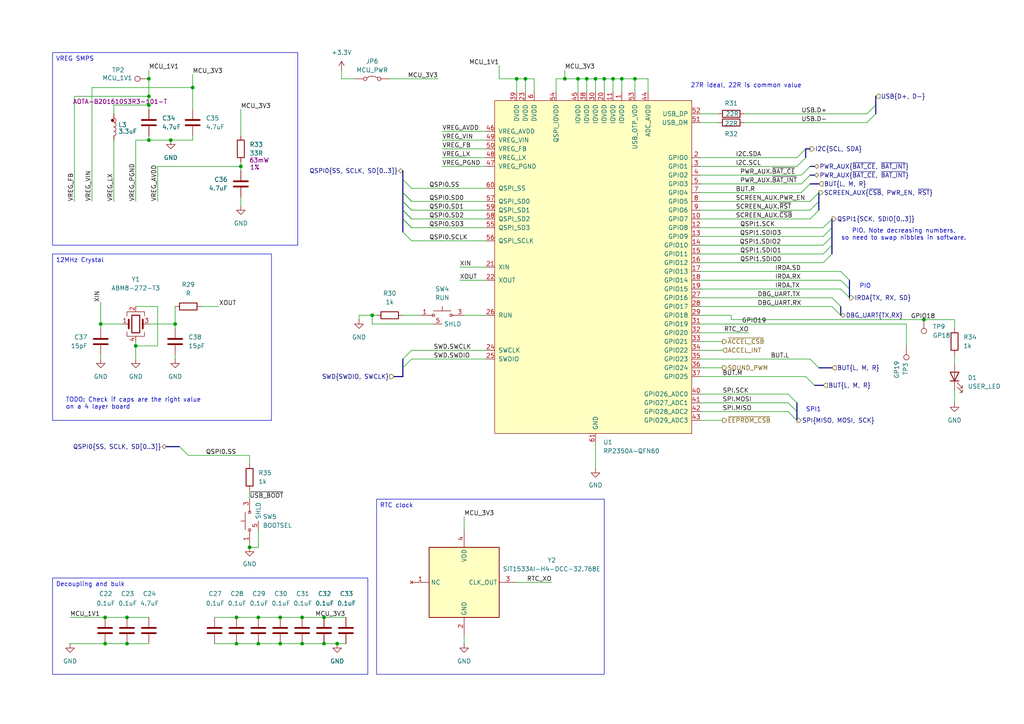
<source format=kicad_sch>
(kicad_sch (version 20250114) (generator "eeschema") (generator_version "9.0")
  (paper "A4")
  (lib_symbols
    (symbol "Connector:TestPoint" (pin_numbers (hide yes)) (pin_names (offset 0.762) (hide yes))
      (property "Reference" "TP" (at 0 6.858 0))
      (property "Value" "TestPoint" (at 0 5.08 0))
      (symbol "TestPoint_0_1"
        (circle (center 0 3.302) (radius 0.762))
      )
      (symbol "TestPoint_1_1"
        (pin passive line (at 0 0 90) (length 2.54) (name "1") (number "1"))
      )
    )
    (symbol "CustomSymbols:WS_TASV_435151014824"
      (property "Reference" "SW" (at 0 0 0))
      (symbol "WS_TASV_435151014824_0_1"
        (polyline (pts (xy -3.81 -3.81) (xy -2.54 -3.81)))
        (polyline (pts (xy -2.54 -2.54) (xy 2.54 -2.54)))
        (circle (center -2.54 -3.81) (radius 0.3807))
        (polyline (pts (xy 0 -2.54) (xy 0 -1.27)))
        (circle (center 2.54 -3.81) (radius 0.3807))
        (polyline (pts (xy 3.81 -3.81) (xy 2.54 -3.81)))
      )
      (symbol "WS_TASV_435151014824_1_1"
        (pin passive line (at -6.35 -3.81 0) (length 2.54) (name "") (number "1"))
        (pin passive line (at -6.35 -3.81 0) (length 2.54) (hide yes) (name "") (number "2"))
        (pin passive line (at -2.54 -6.35 0) (length 2.54) (name "SHLD") (number "5"))
        (pin passive line (at -2.54 -6.35 0) (length 2.54) (hide yes) (name "SHLD") (number "6"))
        (pin passive line (at 6.35 -3.81 180) (length 2.54) (name "") (number "3"))
        (pin passive line (at 6.35 -3.81 180) (length 2.54) (hide yes) (name "") (number "4"))
      )
    )
    (symbol "Device:C" (pin_numbers (hide yes)) (pin_names (offset 0.254))
      (property "Reference" "C" (at 0.635 2.54 0))
      (property "Value" "C" (at 0.635 -2.54 0))
      (symbol "C_0_1"
        (polyline (pts (xy -2.032 0.762) (xy 2.032 0.762)) (stroke (width 0.508)))
        (polyline (pts (xy -2.032 -0.762) (xy 2.032 -0.762)) (stroke (width 0.508)))
      )
      (symbol "C_1_1"
        (pin passive line (at 0 3.81 270) (length 2.794) (name "~") (number "1"))
        (pin passive line (at 0 -3.81 90) (length 2.794) (name "~") (number "2"))
      )
    )
    (symbol "Device:Crystal_GND24" (pin_names (offset 1.016) (hide yes))
      (property "Reference" "Y" (at 3.175 5.08 0))
      (property "Value" "Crystal_GND24" (at 3.175 3.175 0))
      (symbol "Crystal_GND24_0_1"
        (polyline (pts (xy -2.54 2.286) (xy -2.54 3.556) (xy 2.54 3.556) (xy 2.54 2.286)))
        (polyline (pts (xy -2.54 0) (xy -2.032 0)))
        (polyline (pts (xy -2.54 -2.286) (xy -2.54 -3.556) (xy 2.54 -3.556) (xy 2.54 -2.286)))
        (polyline (pts (xy -2.032 -1.27) (xy -2.032 1.27)) (stroke (width 0.508)))
        (rectangle (start -1.143 2.54) (end 1.143 -2.54) (stroke (width 0.3048)))
        (polyline (pts (xy 0 3.556) (xy 0 3.81)))
        (polyline (pts (xy 0 -3.81) (xy 0 -3.556)))
        (polyline (pts (xy 2.032 0) (xy 2.54 0)))
        (polyline (pts (xy 2.032 -1.27) (xy 2.032 1.27)) (stroke (width 0.508)))
      )
      (symbol "Crystal_GND24_1_1"
        (pin passive line (at -3.81 0 0) (length 1.27) (name "1") (number "1"))
        (pin passive line (at 0 5.08 270) (length 1.27) (name "2") (number "2"))
        (pin passive line (at 0 -5.08 90) (length 1.27) (name "4") (number "4"))
        (pin passive line (at 3.81 0 180) (length 1.27) (name "3") (number "3"))
      )
    )
    (symbol "Device:LED" (pin_numbers (hide yes)) (pin_names (offset 1.016) (hide yes))
      (property "Reference" "D" (at 0 2.54 0))
      (property "Value" "LED" (at 0 -2.54 0))
      (symbol "LED_0_1"
        (polyline (pts (xy -3.048 -0.762) (xy -4.572 -2.286) (xy -3.81 -2.286) (xy -4.572 -2.286) (xy -4.572 -1.524)))
        (polyline (pts (xy -1.778 -0.762) (xy -3.302 -2.286) (xy -2.54 -2.286) (xy -3.302 -2.286) (xy -3.302 -1.524)))
        (polyline (pts (xy -1.27 0) (xy 1.27 0)))
        (polyline (pts (xy -1.27 -1.27) (xy -1.27 1.27)) (stroke (width 0.254)))
        (polyline (pts (xy 1.27 -1.27) (xy 1.27 1.27) (xy -1.27 0) (xy 1.27 -1.27)) (stroke (width 0.254)))
      )
      (symbol "LED_1_1"
        (pin passive line (at -3.81 0 0) (length 2.54) (name "K") (number "1"))
        (pin passive line (at 3.81 0 180) (length 2.54) (name "A") (number "2"))
      )
    )
    (symbol "Device:R" (pin_numbers (hide yes)) (pin_names (offset 0))
      (property "Reference" "R" (at 2.032 0 90))
      (property "Value" "R" (at 0 0 90))
      (symbol "R_0_1"
        (rectangle (start -1.016 -2.54) (end 1.016 2.54) (stroke (width 0.254)))
      )
      (symbol "R_1_1"
        (pin passive line (at 0 3.81 270) (length 1.27) (name "~") (number "1"))
        (pin passive line (at 0 -3.81 90) (length 1.27) (name "~") (number "2"))
      )
    )
    (symbol "Jumper:Jumper_2_Bridged" (pin_numbers (hide yes)) (pin_names (offset 0) (hide yes)) (exclude_from_sim yes)
      (property "Reference" "JP" (at 0 1.905 0))
      (property "Value" "Jumper_2_Bridged" (at 0 -2.54 0))
      (symbol "Jumper_2_Bridged_0_0"
        (circle (center -2.032 0) (radius 0.508))
        (circle (center 2.032 0) (radius 0.508))
      )
      (symbol "Jumper_2_Bridged_0_1"
        (arc (start -1.524 0.254) (mid 0 0.762) (end 1.524 0.254))
      )
      (symbol "Jumper_2_Bridged_1_1"
        (pin passive line (at -5.08 0 0) (length 2.54) (name "A") (number "1"))
        (pin passive line (at 5.08 0 180) (length 2.54) (name "B") (number "2"))
      )
    )
    (symbol "SamacSys_Parts:L_Polarised" (pin_numbers (hide yes)) (pin_names (hide yes))
      (property "Reference" "L" (at 3.81 1.524 0))
      (symbol "L_Polarised_0_1"
        (arc (start 0 -1.27) (mid 0.6323 -1.905) (end 0 -2.54))
        (arc (start 0 -2.54) (mid 0.6323 -3.175) (end 0 -3.81))
        (arc (start 0 -3.81) (mid 0.6323 -4.445) (end 0 -5.08))
        (arc (start 0 -5.08) (mid 0.6323 -5.715) (end 0 -6.35))
      )
      (symbol "L_Polarised_1_1"
        (circle (center -0.352 -1.8889) (radius 0.3975) (fill (type color) (color 132 0 0 1)))
        (pin passive line (at 0 0 270) (length 1.27) (name "1") (number "1"))
        (pin passive line (at 0 -7.62 90) (length 1.27) (name "2") (number "2"))
      )
    )
    (symbol "SamacSys_Parts:SIT1533AI-H4-DCC-32.768E"
      (property "Reference" "Y" (at 26.67 15.24 0))
      (property "Value" "SIT1533AI-H4-DCC-32.768E" (at 26.67 12.7 0))
      (symbol "SIT1533AI-H4-DCC-32.768E_1_1"
        (rectangle (start 5.08 10.16) (end 25.4 -10.16) (stroke (width 0.254)) (fill (type background)))
        (pin no_connect line (at 0 0 0) (length 5.08) (name "NC") (number "1"))
        (pin passive line (at 15.24 15.24 270) (length 5.08) (name "VDD") (number "4"))
        (pin passive line (at 15.24 -15.24 90) (length 5.08) (name "GND") (number "2"))
        (pin passive line (at 30.48 0 180) (length 5.08) (name "CLK_OUT") (number "3"))
      )
    )
    (symbol "power:+3.3V" (power) (pin_numbers (hide yes)) (pin_names (offset 0) (hide yes))
      (property "Value" "+3.3V" (at 0 3.556 0))
      (symbol "+3.3V_0_1"
        (polyline (pts (xy -0.762 1.27) (xy 0 2.54)))
        (polyline (pts (xy 0 2.54) (xy 0.762 1.27)))
        (polyline (pts (xy 0 0) (xy 0 2.54)))
      )
      (symbol "+3.3V_1_1"
        (pin power_in line (at 0 0 90) (length 0) (name "~") (number "1"))
      )
    )
    (symbol "power:GND" (power) (pin_numbers (hide yes)) (pin_names (offset 0) (hide yes))
      (property "Value" "GND" (at 0 -3.81 0))
      (symbol "GND_0_1"
        (polyline (pts (xy 0 0) (xy 0 -1.27) (xy 1.27 -1.27) (xy 0 -2.54) (xy -1.27 -1.27) (xy 0 -1.27)))
      )
      (symbol "GND_1_1"
        (pin power_in line (at 0 0 270) (length 0) (name "~") (number "1"))
      )
    )
    (symbol "rp2350a-qfn60:RP2350A-QFN60" (pin_names (offset 1.016))
      (property "Reference" "U1" (at 2.1941 -54.61 0))
      (property "Value" "RP2350A-QFN60" (at 2.1941 -57.15 0))
      (symbol "RP2350A-QFN60_1_0"
        (pin passive line (at 0 -54.61 90) (length 2.54) (name "GND") (number "61"))
      )
      (symbol "RP2350A-QFN60_1_1"
        (rectangle (start -29.21 44.45) (end 27.94 -52.07) (fill (type background)))
        (pin power_in line (at -31.75 35.56 0) (length 2.54) (name "VREG_AVDD") (number "46"))
        (pin power_in line (at -31.75 33.02 0) (length 2.54) (name "VREG_VIN") (number "49"))
        (pin power_in line (at -31.75 30.48 0) (length 2.54) (name "VREG_FB") (number "50"))
        (pin power_out line (at -31.75 27.94 0) (length 2.54) (name "VREG_LX") (number "48"))
        (pin input line (at -31.75 25.4 0) (length 2.54) (name "VREG_PGND") (number "47"))
        (pin bidirectional line (at -31.75 19.05 0) (length 2.54) (name "QSPI_SS") (number "60"))
        (pin bidirectional line (at -31.75 15.24 0) (length 2.54) (name "QSPI_SD0") (number "57"))
        (pin bidirectional line (at -31.75 12.7 0) (length 2.54) (name "QSPI_SD1") (number "59"))
        (pin bidirectional line (at -31.75 10.16 0) (length 2.54) (name "QSPI_SD2") (number "58"))
        (pin bidirectional line (at -31.75 7.62 0) (length 2.54) (name "QSPI_SD3") (number "55"))
        (pin bidirectional line (at -31.75 3.81 0) (length 2.54) (name "QSPI_SCLK") (number "56"))
        (pin input line (at -31.75 -3.81 0) (length 2.54) (name "XIN") (number "21"))
        (pin output line (at -31.75 -7.62 0) (length 2.54) (name "XOUT") (number "22"))
        (pin input line (at -31.75 -17.78 0) (length 2.54) (name "RUN") (number "26"))
        (pin input line (at -31.75 -27.94 0) (length 2.54) (name "SWCLK") (number "24"))
        (pin bidirectional line (at -31.75 -30.48 0) (length 2.54) (name "SWDIO") (number "25"))
        (pin power_in line (at -22.86 46.99 270) (length 2.54) (name "DVDD") (number "39"))
        (pin power_in line (at -20.32 46.99 270) (length 2.54) (name "DVDD") (number "23"))
        (pin power_in line (at -17.78 46.99 270) (length 2.54) (name "DVDD") (number "6"))
        (pin power_in line (at -11.43 46.99 270) (length 2.54) (name "QSPI_IOVDD") (number "54"))
        (pin power_in line (at -5.08 46.99 270) (length 2.54) (name "IOVDD") (number "45"))
        (pin power_in line (at -2.54 46.99 270) (length 2.54) (name "IOVDD") (number "38"))
        (pin power_in line (at 0 46.99 270) (length 2.54) (name "IOVDD") (number "30"))
        (pin power_in line (at 2.54 46.99 270) (length 2.54) (name "IOVDD") (number "20"))
        (pin power_in line (at 5.08 46.99 270) (length 2.54) (name "IOVDD") (number "11"))
        (pin power_in line (at 7.62 46.99 270) (length 2.54) (name "IOVDD") (number "1"))
        (pin power_in line (at 11.43 46.99 270) (length 2.54) (name "USB_OTP_VDD") (number "53"))
        (pin power_in line (at 15.24 46.99 270) (length 2.54) (name "ADC_AVDD") (number "44"))
        (pin bidirectional line (at 30.48 40.64 180) (length 2.54) (name "USB_DP") (number "52"))
        (pin bidirectional line (at 30.48 38.1 180) (length 2.54) (name "USB_DM") (number "51"))
        (pin bidirectional line (at 30.48 27.94 180) (length 2.54) (name "GPIO0") (number "2"))
        (pin bidirectional line (at 30.48 25.4 180) (length 2.54) (name "GPIO1") (number "3"))
        (pin bidirectional line (at 30.48 22.86 180) (length 2.54) (name "GPIO2") (number "4"))
        (pin bidirectional line (at 30.48 20.32 180) (length 2.54) (name "GPIO3") (number "5"))
        (pin bidirectional line (at 30.48 17.78 180) (length 2.54) (name "GPIO4") (number "7"))
        (pin bidirectional line (at 30.48 15.24 180) (length 2.54) (name "GPIO5") (number "8"))
        (pin bidirectional line (at 30.48 12.7 180) (length 2.54) (name "GPIO6") (number "9"))
        (pin bidirectional line (at 30.48 10.16 180) (length 2.54) (name "GPIO7") (number "10"))
        (pin bidirectional line (at 30.48 7.62 180) (length 2.54) (name "GPIO8") (number "12"))
        (pin bidirectional line (at 30.48 5.08 180) (length 2.54) (name "GPIO9") (number "13"))
        (pin bidirectional line (at 30.48 2.54 180) (length 2.54) (name "GPIO10") (number "14"))
        (pin bidirectional line (at 30.48 0 180) (length 2.54) (name "GPIO11") (number "15"))
        (pin bidirectional line (at 30.48 -2.54 180) (length 2.54) (name "GPIO12") (number "16"))
        (pin bidirectional line (at 30.48 -5.08 180) (length 2.54) (name "GPIO13") (number "17"))
        (pin bidirectional line (at 30.48 -7.62 180) (length 2.54) (name "GPIO14") (number "18"))
        (pin bidirectional line (at 30.48 -10.16 180) (length 2.54) (name "GPIO15") (number "19"))
        (pin bidirectional line (at 30.48 -12.7 180) (length 2.54) (name "GPIO16") (number "27"))
        (pin bidirectional line (at 30.48 -15.24 180) (length 2.54) (name "GPIO17") (number "28"))
        (pin bidirectional line (at 30.48 -17.78 180) (length 2.54) (name "GPIO18") (number "29"))
        (pin bidirectional line (at 30.48 -20.32 180) (length 2.54) (name "GPIO19") (number "31"))
        (pin bidirectional line (at 30.48 -22.86 180) (length 2.54) (name "GPIO20") (number "32"))
        (pin bidirectional line (at 30.48 -25.4 180) (length 2.54) (name "GPIO21") (number "33"))
        (pin bidirectional line (at 30.48 -27.94 180) (length 2.54) (name "GPIO22") (number "34"))
        (pin bidirectional line (at 30.48 -30.48 180) (length 2.54) (name "GPIO23") (number "35"))
        (pin bidirectional line (at 30.48 -33.02 180) (length 2.54) (name "GPIO24") (number "36"))
        (pin bidirectional line (at 30.48 -35.56 180) (length 2.54) (name "GPIO25") (number "37"))
        (pin bidirectional line (at 30.48 -40.64 180) (length 2.54) (name "GPIO26_ADC0") (number "40"))
        (pin bidirectional line (at 30.48 -43.18 180) (length 2.54) (name "GPIO27_ADC1") (number "41"))
        (pin bidirectional line (at 30.48 -45.72 180) (length 2.54) (name "GPIO28_ADC2") (number "42"))
        (pin bidirectional line (at 30.48 -48.26 180) (length 2.54) (name "GPIO29_ADC3") (number "43"))
      )
    )
  )
  (text "PIO" (at 250.952 83.058 0) (effects (font (size 1.27 1.27))))
  (text "TODO: Check if caps are the right value\non a 4 layer board" (at 19.05 117.094 0) (effects (font (size 1.27 1.27)) (justify left)))
  (text "PIO. Note decreasing numbers,\nso need to swap nibbles in software." (at 262.128 68.072 0) (effects (font (size 1.27 1.27))))
  (text "27R ideal, 22R is common value" (at 216.408 24.892 0) (effects (font (size 1.27 1.27))))
  (text "SPI1" (at 235.966 118.872 0) (effects (font (size 1.27 1.27))))
  (text_box "VREG SMPS" (at 15.24 15.24 0) (size 71.12 55.88) (margins 0.9525 0.9525 0.9525 0.9525) (effects (font (size 1.27 1.27)) (justify left top)))
  (text_box "Decoupling and bulk" (at 15.24 167.64 0) (size 91.44 27.94) (margins 0.9525 0.9525 0.9525 0.9525) (effects (font (size 1.27 1.27)) (justify left top)))
  (text_box "RTC clock" (at 109.22 144.78 0) (size 66.04 50.8) (margins 0.9525 0.9525 0.9525 0.9525) (effects (font (size 1.27 1.27)) (justify left top)))
  (text_box "12MHz Crystal" (at 15.24 73.66 0) (size 63.5 48.26) (margins 0.9525 0.9525 0.9525 0.9525) (effects (font (size 1.27 1.27)) (justify left top)))
  (junction (at 87.63 186.69))
  (junction (at 74.93 186.69))
  (junction (at 43.18 30.48))
  (junction (at 43.18 22.86))
  (junction (at 50.8 93.98))
  (junction (at 43.18 27.94))
  (junction (at 93.98 186.69))
  (junction (at 69.85 48.26))
  (junction (at 39.37 100.33))
  (junction (at 43.18 40.64))
  (junction (at 177.8 22.86))
  (junction (at 72.39 158.75))
  (junction (at 87.63 179.07))
  (junction (at 49.53 40.64))
  (junction (at 30.48 186.69))
  (junction (at 152.4 22.86))
  (junction (at 175.26 22.86))
  (junction (at 36.83 179.07))
  (junction (at 93.98 179.07))
  (junction (at 68.58 186.69))
  (junction (at 30.48 179.07))
  (junction (at 74.93 179.07))
  (junction (at 172.72 22.86))
  (junction (at 184.15 22.86))
  (junction (at 68.58 179.07))
  (junction (at 180.34 22.86))
  (junction (at 163.83 22.86))
  (junction (at 55.88 25.4))
  (junction (at 29.21 93.98))
  (junction (at 267.97 92.71))
  (junction (at 107.95 91.44))
  (junction (at 149.86 22.86))
  (junction (at 81.28 186.69))
  (junction (at 167.64 22.86))
  (junction (at 170.18 22.86))
  (junction (at 36.83 186.69))
  (junction (at 81.28 179.07))
  (junction (at 97.79 186.69))
  (bus_entry (at 238.76 71.12) (size 2.54 -2.54))
  (bus_entry (at 116.84 60.96) (size 2.54 2.54))
  (bus_entry (at 52.07 129.54) (size 2.54 2.54))
  (bus_entry (at 243.84 78.74) (size 2.54 2.54))
  (bus_entry (at 234.95 60.96) (size 2.54 -2.54))
  (bus_entry (at 228.6 116.84) (size 2.54 2.54))
  (bus_entry (at 116.84 63.5) (size 2.54 2.54))
  (bus_entry (at 232.41 55.88) (size 2.54 -2.54))
  (bus_entry (at 116.84 52.07) (size 2.54 2.54))
  (bus_entry (at 231.14 48.26) (size 2.54 -2.54))
  (bus_entry (at 116.84 104.14) (size 2.54 -2.54))
  (bus_entry (at 116.84 67.31) (size 2.54 2.54))
  (bus_entry (at 241.3 86.36) (size 2.54 2.54))
  (bus_entry (at 116.84 63.5) (size 2.54 2.54))
  (bus_entry (at 251.46 35.56) (size 2.54 -2.54))
  (bus_entry (at 251.46 33.02) (size 2.54 -2.54))
  (bus_entry (at 233.68 109.22) (size 2.54 2.54))
  (bus_entry (at 228.6 114.3) (size 2.54 2.54))
  (bus_entry (at 234.95 104.14) (size 2.54 2.54))
  (bus_entry (at 234.95 63.5) (size 2.54 -2.54))
  (bus_entry (at 238.76 73.66) (size 2.54 -2.54))
  (bus_entry (at 116.84 58.42) (size 2.54 2.54))
  (bus_entry (at 238.76 68.58) (size 2.54 -2.54))
  (bus_entry (at 116.84 58.42) (size 2.54 2.54))
  (bus_entry (at 238.76 76.2) (size 2.54 -2.54))
  (bus_entry (at 116.84 60.96) (size 2.54 2.54))
  (bus_entry (at 243.84 83.82) (size 2.54 2.54))
  (bus_entry (at 231.14 45.72) (size 2.54 -2.54))
  (bus_entry (at 116.84 106.68) (size 2.54 -2.54))
  (bus_entry (at 228.6 119.38) (size 2.54 2.54))
  (bus_entry (at 243.84 81.28) (size 2.54 2.54))
  (bus_entry (at 238.76 66.04) (size 2.54 -2.54))
  (bus_entry (at 232.41 53.34) (size 2.54 -2.54))
  (bus_entry (at 232.41 50.8) (size 2.54 -2.54))
  (bus_entry (at 234.95 58.42) (size 2.54 -2.54))
  (bus_entry (at 116.84 55.88) (size 2.54 2.54))
  (bus_entry (at 241.3 88.9) (size 2.54 2.54))
  (bus_entry (at 116.84 55.88) (size 2.54 2.54))
  (wire (pts (xy 72.39 134.62) (xy 72.39 132.08)))
  (wire (pts (xy 203.2 119.38) (xy 228.6 119.38)))
  (wire (pts (xy 43.18 39.37) (xy 43.18 40.64)))
  (wire (pts (xy 119.38 54.61) (xy 140.97 54.61)))
  (wire (pts (xy 163.83 22.86) (xy 167.64 22.86)))
  (wire (pts (xy 45.72 58.42) (xy 45.72 48.26)))
  (wire (pts (xy 134.62 91.44) (xy 140.97 91.44)))
  (wire (pts (xy 26.67 25.4) (xy 55.88 25.4)))
  (wire (pts (xy 119.38 101.6) (xy 140.97 101.6)))
  (wire (pts (xy 119.38 69.85) (xy 140.97 69.85)))
  (wire (pts (xy 54.61 132.08) (xy 72.39 132.08)))
  (wire (pts (xy 93.98 179.07) (xy 100.33 179.07)))
  (bus (pts (xy 116.84 55.88) (xy 116.84 58.42)))
  (wire (pts (xy 99.06 20.32) (xy 99.06 22.86)))
  (wire (pts (xy 29.21 104.14) (xy 29.21 102.87)))
  (wire (pts (xy 203.2 83.82) (xy 243.84 83.82)))
  (wire (pts (xy 163.83 20.32) (xy 163.83 22.86)))
  (bus (pts (xy 116.84 49.53) (xy 116.84 52.07)))
  (bus (pts (xy 246.38 86.36) (xy 246.38 83.82)))
  (bus (pts (xy 236.22 111.76) (xy 238.76 111.76)))
  (bus (pts (xy 233.68 43.18) (xy 234.95 43.18)))
  (wire (pts (xy 172.72 128.27) (xy 172.72 135.89)))
  (wire (pts (xy 262.89 93.98) (xy 262.89 100.33)))
  (wire (pts (xy 170.18 22.86) (xy 172.72 22.86)))
  (bus (pts (xy 116.84 109.22) (xy 116.84 106.68)))
  (wire (pts (xy 26.67 25.4) (xy 26.67 58.42)))
  (wire (pts (xy 203.2 106.68) (xy 209.55 106.68)))
  (wire (pts (xy 187.96 22.86) (xy 187.96 26.67)))
  (wire (pts (xy 212.09 92.71) (xy 267.97 92.71)))
  (wire (pts (xy 134.62 184.15) (xy 134.62 186.69)))
  (wire (pts (xy 177.8 22.86) (xy 177.8 26.67)))
  (wire (pts (xy 119.38 66.04) (xy 140.97 66.04)))
  (wire (pts (xy 20.32 179.07) (xy 30.48 179.07)))
  (wire (pts (xy 167.64 22.86) (xy 170.18 22.86)))
  (wire (pts (xy 203.2 68.58) (xy 238.76 68.58)))
  (bus (pts (xy 233.68 43.18) (xy 233.68 45.72)))
  (bus (pts (xy 241.3 66.04) (xy 241.3 63.5)))
  (wire (pts (xy 203.2 45.72) (xy 231.14 45.72)))
  (wire (pts (xy 30.48 186.69) (xy 36.83 186.69)))
  (wire (pts (xy 161.29 22.86) (xy 161.29 26.67)))
  (wire (pts (xy 144.78 22.86) (xy 149.86 22.86)))
  (wire (pts (xy 203.2 73.66) (xy 238.76 73.66)))
  (bus (pts (xy 116.84 104.14) (xy 116.84 106.68)))
  (bus (pts (xy 254 30.48) (xy 254 33.02)))
  (wire (pts (xy 203.2 114.3) (xy 228.6 114.3)))
  (wire (pts (xy 99.06 22.86) (xy 102.87 22.86)))
  (bus (pts (xy 241.3 68.58) (xy 241.3 66.04)))
  (wire (pts (xy 45.72 48.26) (xy 69.85 48.26)))
  (wire (pts (xy 39.37 88.9) (xy 45.72 88.9)))
  (wire (pts (xy 203.2 78.74) (xy 243.84 78.74)))
  (wire (pts (xy 203.2 101.6) (xy 209.55 101.6)))
  (wire (pts (xy 152.4 22.86) (xy 152.4 26.67)))
  (wire (pts (xy 33.02 40.64) (xy 33.02 58.42)))
  (wire (pts (xy 55.88 21.59) (xy 55.88 25.4)))
  (wire (pts (xy 69.85 57.15) (xy 69.85 59.69)))
  (wire (pts (xy 175.26 22.86) (xy 175.26 26.67)))
  (wire (pts (xy 203.2 104.14) (xy 234.95 104.14)))
  (wire (pts (xy 69.85 31.75) (xy 69.85 39.37)))
  (wire (pts (xy 21.59 27.94) (xy 43.18 27.94)))
  (wire (pts (xy 133.35 77.47) (xy 140.97 77.47)))
  (bus (pts (xy 241.3 71.12) (xy 241.3 68.58)))
  (wire (pts (xy 172.72 22.86) (xy 172.72 26.67)))
  (wire (pts (xy 203.2 33.02) (xy 208.28 33.02)))
  (wire (pts (xy 128.27 45.72) (xy 140.97 45.72)))
  (bus (pts (xy 237.49 60.96) (xy 237.49 58.42)))
  (wire (pts (xy 149.86 22.86) (xy 152.4 22.86)))
  (wire (pts (xy 72.39 142.24) (xy 72.39 144.78)))
  (wire (pts (xy 203.2 96.52) (xy 217.17 96.52)))
  (wire (pts (xy 212.09 91.44) (xy 212.09 92.71)))
  (wire (pts (xy 203.2 66.04) (xy 238.76 66.04)))
  (wire (pts (xy 107.95 91.44) (xy 109.22 91.44)))
  (wire (pts (xy 128.27 48.26) (xy 140.97 48.26)))
  (wire (pts (xy 43.18 20.32) (xy 43.18 22.86)))
  (wire (pts (xy 184.15 22.86) (xy 187.96 22.86)))
  (bus (pts (xy 243.84 91.44) (xy 243.84 88.9)))
  (bus (pts (xy 116.84 63.5) (xy 116.84 67.31)))
  (wire (pts (xy 276.86 92.71) (xy 276.86 95.25)))
  (wire (pts (xy 68.58 186.69) (xy 74.93 186.69)))
  (wire (pts (xy 134.62 149.86) (xy 134.62 153.67)))
  (bus (pts (xy 241.3 73.66) (xy 241.3 71.12)))
  (bus (pts (xy 116.84 52.07) (xy 116.84 55.88)))
  (wire (pts (xy 39.37 99.06) (xy 39.37 100.33)))
  (wire (pts (xy 203.2 93.98) (xy 262.89 93.98)))
  (wire (pts (xy 107.95 93.98) (xy 125.73 93.98)))
  (wire (pts (xy 203.2 109.22) (xy 233.68 109.22)))
  (wire (pts (xy 50.8 95.25) (xy 50.8 93.98)))
  (bus (pts (xy 237.49 53.34) (xy 234.95 53.34)))
  (wire (pts (xy 87.63 179.07) (xy 93.98 179.07)))
  (wire (pts (xy 170.18 22.86) (xy 170.18 26.67)))
  (wire (pts (xy 43.18 93.98) (xy 50.8 93.98)))
  (wire (pts (xy 58.42 88.9) (xy 63.5 88.9)))
  (wire (pts (xy 104.14 91.44) (xy 104.14 92.71)))
  (wire (pts (xy 20.32 186.69) (xy 30.48 186.69)))
  (wire (pts (xy 104.14 91.44) (xy 107.95 91.44)))
  (wire (pts (xy 215.9 33.02) (xy 251.46 33.02)))
  (wire (pts (xy 72.39 157.48) (xy 72.39 158.75)))
  (wire (pts (xy 167.64 22.86) (xy 167.64 26.67)))
  (wire (pts (xy 203.2 58.42) (xy 234.95 58.42)))
  (wire (pts (xy 203.2 60.96) (xy 234.95 60.96)))
  (wire (pts (xy 62.23 179.07) (xy 68.58 179.07)))
  (wire (pts (xy 74.93 153.67) (xy 74.93 158.75)))
  (wire (pts (xy 133.35 81.28) (xy 140.97 81.28)))
  (wire (pts (xy 119.38 63.5) (xy 140.97 63.5)))
  (wire (pts (xy 180.34 22.86) (xy 184.15 22.86)))
  (wire (pts (xy 184.15 22.86) (xy 184.15 26.67)))
  (bus (pts (xy 246.38 83.82) (xy 246.38 81.28)))
  (wire (pts (xy 203.2 35.56) (xy 208.28 35.56)))
  (wire (pts (xy 21.59 58.42) (xy 21.59 27.94)))
  (wire (pts (xy 128.27 40.64) (xy 140.97 40.64)))
  (wire (pts (xy 203.2 48.26) (xy 231.14 48.26)))
  (wire (pts (xy 50.8 104.14) (xy 50.8 102.87)))
  (wire (pts (xy 238.76 71.12) (xy 203.2 71.12)))
  (wire (pts (xy 97.79 186.69) (xy 100.33 186.69)))
  (bus (pts (xy 114.3 109.22) (xy 116.84 109.22)))
  (wire (pts (xy 69.85 48.26) (xy 69.85 49.53)))
  (wire (pts (xy 203.2 121.92) (xy 209.55 121.92)))
  (wire (pts (xy 203.2 86.36) (xy 241.3 86.36)))
  (wire (pts (xy 33.02 33.02) (xy 33.02 30.48)))
  (wire (pts (xy 154.94 22.86) (xy 154.94 26.67)))
  (wire (pts (xy 276.86 102.87) (xy 276.86 105.41)))
  (wire (pts (xy 203.2 99.06) (xy 209.55 99.06)))
  (wire (pts (xy 62.23 186.69) (xy 68.58 186.69)))
  (wire (pts (xy 203.2 50.8) (xy 232.41 50.8)))
  (wire (pts (xy 50.8 93.98) (xy 50.8 88.9)))
  (wire (pts (xy 55.88 31.75) (xy 55.88 25.4)))
  (wire (pts (xy 203.2 81.28) (xy 243.84 81.28)))
  (wire (pts (xy 161.29 22.86) (xy 163.83 22.86)))
  (wire (pts (xy 180.34 22.86) (xy 180.34 26.67)))
  (wire (pts (xy 29.21 95.25) (xy 29.21 93.98)))
  (wire (pts (xy 128.27 43.18) (xy 140.97 43.18)))
  (wire (pts (xy 87.63 186.69) (xy 93.98 186.69)))
  (wire (pts (xy 149.86 26.67) (xy 149.86 22.86)))
  (wire (pts (xy 203.2 76.2) (xy 238.76 76.2)))
  (wire (pts (xy 175.26 22.86) (xy 177.8 22.86)))
  (wire (pts (xy 35.56 93.98) (xy 29.21 93.98)))
  (bus (pts (xy 231.14 121.92) (xy 231.14 119.38)))
  (wire (pts (xy 81.28 186.69) (xy 87.63 186.69)))
  (wire (pts (xy 128.27 38.1) (xy 140.97 38.1)))
  (wire (pts (xy 43.18 40.64) (xy 39.37 40.64)))
  (wire (pts (xy 55.88 40.64) (xy 55.88 39.37)))
  (wire (pts (xy 144.78 19.05) (xy 144.78 22.86)))
  (wire (pts (xy 203.2 91.44) (xy 212.09 91.44)))
  (wire (pts (xy 33.02 30.48) (xy 43.18 30.48)))
  (wire (pts (xy 203.2 116.84) (xy 228.6 116.84)))
  (wire (pts (xy 113.03 22.86) (xy 127 22.86)))
  (bus (pts (xy 241.3 106.68) (xy 237.49 106.68)))
  (wire (pts (xy 203.2 88.9) (xy 241.3 88.9)))
  (bus (pts (xy 116.84 58.42) (xy 116.84 60.96)))
  (wire (pts (xy 149.86 168.91) (xy 160.02 168.91)))
  (wire (pts (xy 276.86 113.03) (xy 276.86 116.84)))
  (bus (pts (xy 234.95 48.26) (xy 236.22 48.26)))
  (wire (pts (xy 68.58 179.07) (xy 74.93 179.07)))
  (wire (pts (xy 45.72 88.9) (xy 45.72 100.33)))
  (wire (pts (xy 29.21 93.98) (xy 29.21 87.63)))
  (wire (pts (xy 267.97 92.71) (xy 276.86 92.71)))
  (wire (pts (xy 43.18 22.86) (xy 43.18 27.94)))
  (wire (pts (xy 203.2 53.34) (xy 232.41 53.34)))
  (wire (pts (xy 39.37 40.64) (xy 39.37 58.42)))
  (wire (pts (xy 93.98 186.69) (xy 97.79 186.69)))
  (bus (pts (xy 234.95 50.8) (xy 236.22 50.8)))
  (wire (pts (xy 119.38 104.14) (xy 140.97 104.14)))
  (wire (pts (xy 45.72 100.33) (xy 39.37 100.33)))
  (wire (pts (xy 203.2 55.88) (xy 232.41 55.88)))
  (wire (pts (xy 49.53 40.64) (xy 43.18 40.64)))
  (wire (pts (xy 203.2 63.5) (xy 234.95 63.5)))
  (bus (pts (xy 254 27.94) (xy 254 30.48)))
  (wire (pts (xy 152.4 22.86) (xy 154.94 22.86)))
  (wire (pts (xy 69.85 46.99) (xy 69.85 48.26)))
  (wire (pts (xy 119.38 58.42) (xy 140.97 58.42)))
  (wire (pts (xy 36.83 179.07) (xy 43.18 179.07)))
  (bus (pts (xy 116.84 60.96) (xy 116.84 63.5)))
  (wire (pts (xy 215.9 35.56) (xy 251.46 35.56)))
  (wire (pts (xy 116.84 91.44) (xy 121.92 91.44)))
  (wire (pts (xy 39.37 100.33) (xy 39.37 104.14)))
  (wire (pts (xy 172.72 22.86) (xy 175.26 22.86)))
  (wire (pts (xy 43.18 27.94) (xy 43.18 30.48)))
  (wire (pts (xy 74.93 186.69) (xy 81.28 186.69)))
  (wire (pts (xy 49.53 40.64) (xy 55.88 40.64)))
  (wire (pts (xy 119.38 60.96) (xy 140.97 60.96)))
  (wire (pts (xy 74.93 179.07) (xy 81.28 179.07)))
  (bus (pts (xy 231.14 119.38) (xy 231.14 116.84)))
  (wire (pts (xy 36.83 186.69) (xy 43.18 186.69)))
  (wire (pts (xy 43.18 30.48) (xy 43.18 31.75)))
  (bus (pts (xy 48.26 129.54) (xy 52.07 129.54)))
  (wire (pts (xy 107.95 91.44) (xy 107.95 93.98)))
  (wire (pts (xy 81.28 179.07) (xy 87.63 179.07)))
  (wire (pts (xy 30.48 179.07) (xy 36.83 179.07)))
  (wire (pts (xy 74.93 158.75) (xy 72.39 158.75)))
  (bus (pts (xy 237.49 58.42) (xy 237.49 55.88)))
  (wire (pts (xy 177.8 22.86) (xy 180.34 22.86)))
  (label "RTC_XO" (at 160.02 168.91 180))
  (label "XIN" (at 29.21 87.63 90))
  (label "QSPI0.SS" (at 59.69 132.08 0))
  (label "IRDA.TX" (at 224.79 83.82 0))
  (label "MCU_3V3" (at 55.88 21.59 0))
  (label "BUT.R" (at 213.36 55.88 0))
  (label "BUT.L" (at 223.52 104.14 0))
  (label "XOUT" (at 63.5 88.9 0))
  (label "QSPI0.SD0" (at 124.46 58.42 0))
  (label "QSPI0.SD3" (at 124.46 66.04 0))
  (label "MCU_3V3" (at 127 22.86 180))
  (label "MCU_1V1" (at 43.18 20.32 0))
  (label "MCU_3V3" (at 91.44 179.07 0))
  (label "QSPI1.SDIO3" (at 214.5726 68.58 0))
  (label "VREG_AVDD" (at 128.27 38.1 0))
  (label "MCU_1V1" (at 20.32 179.07 0))
  (label "QSPI1.SDIO1" (at 214.63 73.66 0))
  (label "QSPI0.SD2" (at 124.46 63.5 0))
  (label "SWD.SWCLK" (at 125.73 101.6 0))
  (label "IRDA.SD" (at 224.79 78.74 0))
  (label "VREG_FB" (at 21.59 58.42 90))
  (label "MCU_1V1" (at 144.78 19.05 180))
  (label "PWR_AUX.~{BAT_INT}" (at 214.63 53.34 0))
  (label "QSPI0.SD1" (at 124.46 60.96 0))
  (label "GPIO18" (at 264.16 92.71 0))
  (label "VREG_AVDD" (at 45.72 58.42 90))
  (label "IRDA.RX" (at 224.79 81.28 0))
  (label "VREG_PGND" (at 128.27 48.26 0))
  (label "SPI.MISO" (at 209.55 119.38 0))
  (label "GPIO19" (at 222.25 93.98 180))
  (label "SWD.SWDIO" (at 125.73 104.14 0))
  (label "VREG_LX" (at 33.02 58.42 90))
  (label "XOUT" (at 133.35 81.28 0))
  (label "MCU_3V3" (at 69.85 31.75 0))
  (label "QSPI1.SCK" (at 214.63 66.04 0))
  (label "QSPI1.SDIO0" (at 214.63 76.2 0))
  (label "USB.D-" (at 232.41 35.56 0))
  (label "I2C.SCL" (at 213.36 48.26 0))
  (label "SCREEN_AUX.~{RST}" (at 213.36 60.96 0))
  (label "I2C.SDA" (at 213.36 45.72 0))
  (label "USB.D+" (at 232.41 33.02 0))
  (label "XIN" (at 133.35 77.47 0))
  (label "QSPI1.SDIO2" (at 214.5013 71.12 0))
  (label "VREG_VIN" (at 128.27 40.64 0))
  (label "VREG_LX" (at 128.27 45.72 0))
  (label "DBG_UART.TX" (at 219.71 86.36 0))
  (label "QSPI0.SS" (at 124.46 54.61 0))
  (label "SCREEN_AUX.~{CSB}" (at 213.36 63.5 0))
  (label "VREG_PGND" (at 39.37 58.42 90))
  (label "SPI.SCK" (at 209.55 114.3 0))
  (label "MCU_3V3" (at 163.83 20.32 0))
  (label "MCU_3V3" (at 134.62 149.86 0))
  (label "SCREEN_AUX.PWR_EN" (at 213.36 58.42 0))
  (label "BUT.M" (at 209.55 109.22 0))
  (label "QSPI0.SCLK" (at 124.46 69.85 0))
  (label "VREG_VIN" (at 26.67 58.42 90))
  (label "RTC_XO" (at 217.17 96.52 180))
  (label "~{USB_BOOT}" (at 72.39 144.78 0))
  (label "SPI.MOSI" (at 209.55 116.84 0))
  (label "PWR_AUX.~{BAT_CE}" (at 214.63 50.8 0))
  (label "DBG_UART.RX" (at 219.71 88.9 0))
  (label "VREG_FB" (at 128.27 43.18 0))
  (hierarchical_label "PWR_AUX{~{BAT_CE}, ~{BAT_INT}}" (shape bidirectional) (at 236.22 48.26 0))
  (hierarchical_label "ACCEL_INT" (shape input) (at 209.55 101.6 0))
  (hierarchical_label "BUT{L, M, R}" (shape input) (at 241.3 106.68 0))
  (hierarchical_label "USB{D+, D-}" (shape input) (at 254 27.94 0))
  (hierarchical_label "PWR_AUX{~{BAT_CE}, ~{BAT_INT}}" (shape bidirectional) (at 236.22 50.8 0))
  (hierarchical_label "BUT{L, M, R}" (shape input) (at 237.49 53.34 0))
  (hierarchical_label "SWD{SWDIO, SWCLK}" (shape input) (at 114.3 109.22 180))
  (hierarchical_label "I2C{SCL, SDA}" (shape output) (at 234.95 43.18 0))
  (hierarchical_label "BUT{L, M, R}" (shape input) (at 238.76 111.76 0))
  (hierarchical_label "~{ACCEL_CSB}" (shape output) (at 209.55 99.06 0))
  (hierarchical_label "QSPI1{SCK, SDIO[0..3]}" (shape output) (at 241.3 63.5 0))
  (hierarchical_label "IRDA{TX, RX, SD}" (shape output) (at 246.38 86.36 0))
  (hierarchical_label "QSPI0{SS, SCLK, SD[0..3]}" (shape bidirectional) (at 116.84 49.53 180))
  (hierarchical_label "DBG_UART{TX,RX}" (shape bidirectional) (at 243.84 91.44 0))
  (hierarchical_label "SOUND_PWM" (shape output) (at 209.55 106.68 0))
  (hierarchical_label "~{EEPROM_CSB}" (shape output) (at 209.55 121.92 0))
  (hierarchical_label "QSPI0{SS, SCLK, SD[0..3]}" (shape bidirectional) (at 48.26 129.54 180))
  (hierarchical_label "SPI{MISO, MOSI, SCK}" (shape output) (at 231.14 121.92 0))
  (hierarchical_label "SCREEN_AUX{~{CSB}, PWR_EN, ~{RST}}" (shape output) (at 237.49 55.88 0))
  (symbol (lib_id "Device:C") (at 87.63 182.88 0) (unit 1)
    (property "Reference" "C31" (at 85.852 172.212 0) (effects (justify left)))
    (property "Value" "0.1uF" (at 85.09 175.006 0) (effects (justify left)))
    (property "Footprint" "Capacitor_SMD:C_0402_1005Metric" (effects (hide yes)))
    (property "Description" "Unpolarized capacitor" (effects (hide yes)))
  )
  (symbol (lib_id "power:GND") (at 134.62 186.69 0) (unit 1)
    (property "Reference" "#PWR065" (effects (hide yes)))
    (property "Value" "GND" (at 134.62 191.77 0))
    (property "Description" "Power symbol creates a global label with name \"GND\" , ground" (effects (hide yes)))
  )
  (symbol (lib_id "Device:C") (at 30.48 182.88 0) (unit 1)
    (property "Reference" "C22" (at 28.702 172.212 0) (effects (justify left)))
    (property "Value" "0.1uF" (at 27.94 175.006 0) (effects (justify left)))
    (property "Footprint" "Capacitor_SMD:C_0402_1005Metric" (effects (hide yes)))
    (property "Description" "Unpolarized capacitor" (effects (hide yes)))
  )
  (symbol (lib_id "Device:C") (at 81.28 182.88 0) (unit 1)
    (property "Reference" "C30" (at 79.502 172.212 0) (effects (justify left)))
    (property "Value" "0.1uF" (at 78.74 175.006 0) (effects (justify left)))
    (property "Footprint" "Capacitor_SMD:C_0402_1005Metric" (effects (hide yes)))
    (property "Description" "Unpolarized capacitor" (effects (hide yes)))
  )
  (symbol (lib_id "power:GND") (at 172.72 135.89 0) (unit 1)
    (property "Reference" "#PWR01" (effects (hide yes)))
    (property "Value" "GND" (at 172.72 140.716 0))
    (property "Description" "Power symbol creates a global label with name \"GND\" , ground" (effects (hide yes)))
  )
  (symbol (lib_id "Device:C") (at 29.21 99.06 0) (mirror y) (unit 1)
    (property "Reference" "C37" (at 25.4 97.7899 0) (effects (justify left)))
    (property "Value" "15pF" (at 25.4 100.3299 0) (effects (justify left)))
    (property "Footprint" "Capacitor_SMD:C_0201_0603Metric" (effects (hide yes)))
    (property "Description" "Unpolarized capacitor" (effects (hide yes)))
  )
  (symbol (lib_id "power:GND") (at 29.21 104.14 0) (unit 1)
    (property "Reference" "#PWR062" (effects (hide yes)))
    (property "Value" "GND" (at 29.21 109.22 0))
    (property "Description" "Power symbol creates a global label with name \"GND\" , ground" (effects (hide yes)))
  )
  (symbol (lib_id "power:GND") (at 104.14 92.71 0) (unit 1)
    (property "Reference" "#PWR059" (effects (hide yes)))
    (property "Value" "GND" (at 104.14 97.79 0))
    (property "Description" "Power symbol creates a global label with name \"GND\" , ground" (effects (hide yes)))
  )
  (symbol (lib_id "Device:C") (at 50.8 99.06 0) (unit 1)
    (property "Reference" "C38" (at 54.61 97.7899 0) (effects (justify left)))
    (property "Value" "15pF" (at 54.61 100.3299 0) (effects (justify left)))
    (property "Footprint" "Capacitor_SMD:C_0201_0603Metric" (effects (hide yes)))
    (property "Description" "Unpolarized capacitor" (effects (hide yes)))
  )
  (symbol (lib_id "SamacSys_Parts:L_Polarised") (at 33.02 33.02 0) (unit 1)
    (property "Reference" "L3" (at 34.29 36.1949 0) (effects (justify left)))
    (property "Value" "3.3uF" (at 34.29 38.1 0) (effects (justify left)))
    (property "Footprint" "CustomFootprints:L_0805_2016Metric" (effects (hide yes)))
    (property "Field5" "0806_2016" (effects (hide yes)))
    (property "Field6" "AOTA-B201610S3R3-101-T " (at 35.306 29.464 0))
  )
  (symbol (lib_id "Device:C") (at 43.18 182.88 0) (unit 1)
    (property "Reference" "C24" (at 41.402 172.212 0) (effects (justify left)))
    (property "Value" "4.7uF" (at 40.64 175.006 0) (effects (justify left)))
    (property "Footprint" "Capacitor_SMD:C_0402_1005Metric" (effects (hide yes)))
    (property "Description" "Unpolarized capacitor" (effects (hide yes)))
  )
  (symbol (lib_id "Device:LED") (at 276.86 109.22 90) (unit 1)
    (property "Reference" "D1" (at 280.67 109.5374 90) (effects (justify right)))
    (property "Value" "USER_LED" (at 280.67 112.0774 90) (effects (justify right)))
    (property "Footprint" "LED_SMD:LED_0402_1005Metric" (effects (hide yes)))
    (property "Description" "Light emitting diode" (effects (hide yes)))
    (property "Sim.Pins" "1=K 2=A" (effects (hide yes)))
  )
  (symbol (lib_id "Device:C") (at 93.98 182.88 0) (unit 1)
    (property "Reference" "C32" (at 92.202 172.212 0) (effects (justify left)))
    (property "Value" "0.1uF" (at 91.44 175.006 0) (effects (justify left)))
    (property "Footprint" "Capacitor_SMD:C_0402_1005Metric" (effects (hide yes)))
    (property "Description" "Unpolarized capacitor" (effects (hide yes)))
  )
  (symbol (lib_id "CustomSymbols:WS_TASV_435151014824") (at 68.58 151.13 90) (unit 1)
    (property "Reference" "SW5" (at 76.2 149.8599 90) (effects (justify right)))
    (property "Value" "BOOTSEL" (at 76.2 152.3999 90) (effects (justify right)))
    (property "Footprint" "CustomFootprints:WS_TASV_435151014824" (effects (hide yes)))
    (property "Description" "Push button switch, generic, two pins" (effects (hide yes)))
  )
  (symbol (lib_id "power:GND") (at 49.53 40.64 0) (unit 1)
    (property "Reference" "#PWR060" (effects (hide yes)))
    (property "Value" "GND" (at 49.53 45.72 0))
    (property "Description" "Power symbol creates a global label with name \"GND\" , ground" (effects (hide yes)))
  )
  (symbol (lib_id "Device:R") (at 69.85 43.18 0) (unit 1)
    (property "Reference" "R33" (at 72.39 41.9099 0) (effects (justify left)))
    (property "Value" "33R" (at 72.39 44.4499 0) (effects (justify left)))
    (property "Footprint" "Resistor_SMD:R_0402_1005Metric" (effects (hide yes)))
    (property "Description" "Resistor" (effects (hide yes)))
    (property "Power" "63mW" (at 75.184 46.482 0))
    (property "Tolerance" "1%" (at 73.914 48.514 0))
  )
  (symbol (lib_id "power:GND") (at 20.32 186.69 0) (unit 1)
    (property "Reference" "#PWR058" (effects (hide yes)))
    (property "Value" "GND" (at 20.32 191.77 0))
    (property "Description" "Power symbol creates a global label with name \"GND\" , ground" (effects (hide yes)))
  )
  (symbol (lib_id "CustomSymbols:WS_TASV_435151014824") (at 128.27 87.63 0) (unit 1)
    (property "Reference" "SW4" (at 128.27 83.82 0))
    (property "Value" "RUN" (at 128.27 86.36 0))
    (property "Footprint" "CustomFootprints:WS_TASV_435151014824" (effects (hide yes)))
    (property "Description" "Push button switch, generic, two pins" (effects (hide yes)))
  )
  (symbol (lib_id "Device:R") (at 72.39 138.43 0) (unit 1)
    (property "Reference" "R35" (at 74.93 137.1599 0) (effects (justify left)))
    (property "Value" "1k" (at 74.93 139.6999 0) (effects (justify left)))
    (property "Footprint" "Resistor_SMD:R_0402_1005Metric" (effects (hide yes)))
    (property "Description" "Resistor" (effects (hide yes)))
  )
  (symbol (lib_id "Connector:TestPoint") (at 267.97 92.71 180) (unit 1)
    (property "Reference" "TP9" (at 270.51 94.7419 0) (effects (justify right)))
    (property "Value" "GP18" (at 270.51 97.2819 0) (effects (justify right)))
    (property "Footprint" "TestPoint:TestPoint_Pad_2.5x2.5mm" (effects (hide yes)))
    (property "Description" "test point" (effects (hide yes)))
  )
  (symbol (lib_id "rp2350a-qfn60:RP2350A-QFN60") (at 172.72 73.66 0) (unit 1)
    (property "Reference" "U1" (at 174.9141 128.27 0) (effects (justify left)))
    (property "Value" "RP2350A-QFN60" (at 174.9141 130.81 0) (effects (justify left)))
    (property "Footprint" "RP2350_KiCad-main:RP2350A_QFN-60_EP_7.75x7.75_Pitch0.4mm" (effects (hide yes)))
  )
  (symbol (lib_id "power:GND") (at 50.8 104.14 0) (unit 1)
    (property "Reference" "#PWR063" (effects (hide yes)))
    (property "Value" "GND" (at 50.8 109.22 0))
    (property "Description" "Power symbol creates a global label with name \"GND\" , ground" (effects (hide yes)))
  )
  (symbol (lib_id "Device:C") (at 62.23 182.88 0) (unit 1)
    (property "Reference" "C27" (at 60.452 172.212 0) (effects (justify left)))
    (property "Value" "0.1uF" (at 59.69 175.006 0) (effects (justify left)))
    (property "Footprint" "Capacitor_SMD:C_0402_1005Metric" (effects (hide yes)))
    (property "Description" "Unpolarized capacitor" (effects (hide yes)))
  )
  (symbol (lib_id "power:GND") (at 69.85 59.69 0) (unit 1)
    (property "Reference" "#PWR061" (effects (hide yes)))
    (property "Value" "GND" (at 69.85 64.77 0))
    (property "Description" "Power symbol creates a global label with name \"GND\" , ground" (effects (hide yes)))
  )
  (symbol (lib_id "Device:C") (at 68.58 182.88 0) (unit 1)
    (property "Reference" "C28" (at 66.802 172.212 0) (effects (justify left)))
    (property "Value" "0.1uF" (at 66.04 175.006 0) (effects (justify left)))
    (property "Footprint" "Capacitor_SMD:C_0402_1005Metric" (effects (hide yes)))
    (property "Description" "Unpolarized capacitor" (effects (hide yes)))
  )
  (symbol (lib_id "Device:R") (at 276.86 99.06 0) (unit 1)
    (property "Reference" "R34" (at 279.4 97.7899 0) (effects (justify left)))
    (property "Value" "1k" (at 279.4 100.3299 0) (effects (justify left)))
    (property "Footprint" "Resistor_SMD:R_0402_1005Metric" (effects (hide yes)))
    (property "Description" "Resistor" (effects (hide yes)))
  )
  (symbol (lib_id "Device:R") (at 212.09 33.02 90) (unit 1)
    (property "Reference" "R31" (at 212.09 29.972 90))
    (property "Value" "22R" (at 212.344 33.02 90))
    (property "Footprint" "Resistor_SMD:R_0402_1005Metric" (effects (hide yes)))
    (property "Description" "Resistor" (effects (hide yes)))
  )
  (symbol (lib_id "Device:C") (at 36.83 182.88 0) (unit 1)
    (property "Reference" "C23" (at 35.052 172.212 0) (effects (justify left)))
    (property "Value" "0.1uF" (at 34.29 175.006 0) (effects (justify left)))
    (property "Footprint" "Capacitor_SMD:C_0402_1005Metric" (effects (hide yes)))
    (property "Description" "Unpolarized capacitor" (effects (hide yes)))
  )
  (symbol (lib_id "power:GND") (at 97.79 186.69 0) (unit 1)
    (property "Reference" "#PWR074" (effects (hide yes)))
    (property "Value" "GND" (at 97.79 191.77 0))
    (property "Description" "Power symbol creates a global label with name \"GND\" , ground" (effects (hide yes)))
  )
  (symbol (lib_id "Connector:TestPoint") (at 43.18 22.86 90) (unit 1)
    (property "Reference" "TP2" (at 34.29 20.32 90))
    (property "Value" "MCU_1V1" (at 34.036 22.606 90))
    (property "Footprint" "TestPoint:TestPoint_Pad_2.5x2.5mm" (effects (hide yes)))
    (property "Description" "test point" (effects (hide yes)))
  )
  (symbol (lib_id "Device:C") (at 100.33 182.88 0) (unit 1)
    (property "Reference" "C33" (at 98.552 172.212 0) (effects (justify left)))
    (property "Value" "0.1uF" (at 97.79 175.006 0) (effects (justify left)))
    (property "Footprint" "Capacitor_SMD:C_0402_1005Metric" (effects (hide yes)))
    (property "Description" "Unpolarized capacitor" (effects (hide yes)))
  )
  (symbol (lib_id "power:GND") (at 39.37 104.14 0) (unit 1)
    (property "Reference" "#PWR064" (effects (hide yes)))
    (property "Value" "GND" (at 39.37 109.22 0))
    (property "Description" "Power symbol creates a global label with name \"GND\" , ground" (effects (hide yes)))
  )
  (symbol (lib_id "Device:C") (at 43.18 35.56 0) (unit 1)
    (property "Reference" "C34" (at 46.99 34.2899 0) (effects (justify left)))
    (property "Value" "4.7uF" (at 46.99 36.8299 0) (effects (justify left)))
    (property "Footprint" "Capacitor_SMD:C_0402_1005Metric" (effects (hide yes)))
    (property "Description" "Unpolarized capacitor" (effects (hide yes)))
  )
  (symbol (lib_id "Device:C") (at 69.85 53.34 0) (mirror y) (unit 1)
    (property "Reference" "C36" (at 66.04 52.0699 0) (effects (justify left)))
    (property "Value" "4.7uF" (at 66.04 54.6099 0) (effects (justify left)))
    (property "Footprint" "Capacitor_SMD:C_0402_1005Metric" (effects (hide yes)))
    (property "Description" "Unpolarized capacitor" (effects (hide yes)))
  )
  (symbol (lib_id "SamacSys_Parts:SIT1533AI-H4-DCC-32.768E") (at 119.38 168.91 0) (unit 1)
    (property "Reference" "Y2" (at 160.02 162.4898 0))
    (property "Value" "SIT1533AI-H4-DCC-32.768E" (at 160.02 165.0298 0))
    (property "Footprint" "SamacSys_Parts:SIT1533AIH4DCC32768E" (effects (hide yes)))
    (property "Datasheet" "https://www.sitime.com/datasheet/SiT1533" (effects (hide yes)))
    (property "Description" "Standard Clock Oscillators 32.768KHz R2R LVCMOS -40 to 85C 100ppm" (effects (hide yes)))
    (property "Height" "0.6" (effects (hide yes)))
    (property "Mouser Part Number" "788-1533AIH4DCC32.76" (effects (hide yes)))
    (property "Mouser Price/Stock" "https://www.mouser.co.uk/ProductDetail/SiTime/SiT1533AI-H4-DCC-32.768E?qs=5SDzjInHUKoUZz9ePr9JwA%3D%3D" (effects (hide yes)))
    (property "Manufacturer_Name" "SiTime" (effects (hide yes)))
    (property "Manufacturer_Part_Number" "SIT1533AI-H4-DCC-32.768E" (effects (hide yes)))
  )
  (symbol (lib_id "Device:R") (at 212.09 35.56 90) (mirror x) (unit 1)
    (property "Reference" "R32" (at 212.09 38.862 90))
    (property "Value" "22R" (at 212.09 35.814 90))
    (property "Footprint" "Resistor_SMD:R_0402_1005Metric" (effects (hide yes)))
    (property "Description" "Resistor" (effects (hide yes)))
  )
  (symbol (lib_id "power:GND") (at 276.86 116.84 0) (unit 1)
    (property "Reference" "#PWR072" (effects (hide yes)))
    (property "Value" "GND" (at 276.86 121.92 0))
    (property "Description" "Power symbol creates a global label with name \"GND\" , ground" (effects (hide yes)))
  )
  (symbol (lib_id "power:+3.3V") (at 99.06 20.32 0) (unit 1)
    (property "Reference" "#PWR071" (effects (hide yes)))
    (property "Value" "+3.3V" (at 99.06 15.24 0))
    (property "Description" "Power symbol creates a global label with name \"+3.3V\"" (effects (hide yes)))
  )
  (symbol (lib_id "Device:R") (at 54.61 88.9 90) (unit 1)
    (property "Reference" "R29" (at 54.61 82.55 90))
    (property "Value" "R" (at 54.61 85.09 90))
    (property "Footprint" "Resistor_SMD:R_0402_1005Metric" (effects (hide yes)))
    (property "Description" "Resistor" (effects (hide yes)))
  )
  (symbol (lib_id "Jumper:Jumper_2_Bridged") (at 107.95 22.86 0) (unit 1) (exclude_from_sim yes)
    (property "Reference" "JP6" (at 107.95 17.78 0))
    (property "Value" "MCU_PWR" (at 107.95 20.32 0))
    (property "Footprint" "CustomFootprints:BridgedJumper_P2.54mm" (effects (hide yes)))
    (property "Description" "Jumper, 2-pole, closed/bridged" (effects (hide yes)))
  )
  (symbol (lib_id "Device:Crystal_GND24") (at 39.37 93.98 0) (unit 1)
    (property "Reference" "Y1" (at 39.37 81.026 0))
    (property "Value" "ABM8-272-T3" (at 39.37 83.566 0))
    (property "Footprint" "SamacSys_Parts:ABM8272T3" (effects (hide yes)))
    (property "Description" "Four pin crystal, GND on pins 2 and 4" (effects (hide yes)))
  )
  (symbol (lib_id "Device:R") (at 113.03 91.44 90) (unit 1)
    (property "Reference" "R30" (at 113.03 85.09 90))
    (property "Value" "1k" (at 113.03 87.63 90))
    (property "Footprint" "Resistor_SMD:R_0402_1005Metric" (effects (hide yes)))
    (property "Description" "Resistor" (effects (hide yes)))
  )
  (symbol (lib_id "Connector:TestPoint") (at 262.89 100.33 180) (unit 1)
    (property "Reference" "TP3" (at 262.636 105.156 90) (effects (justify left)))
    (property "Value" "GP19" (at 260.096 104.648 90) (effects (justify left)))
    (property "Footprint" "TestPoint:TestPoint_Pad_2.5x2.5mm" (effects (hide yes)))
    (property "Description" "test point" (effects (hide yes)))
  )
  (symbol (lib_id "Device:C") (at 55.88 35.56 0) (unit 1)
    (property "Reference" "C35" (at 59.69 34.2899 0) (effects (justify left)))
    (property "Value" "4.7uF" (at 59.69 36.8299 0) (effects (justify left)))
    (property "Footprint" "Capacitor_SMD:C_0402_1005Metric" (effects (hide yes)))
    (property "Description" "Unpolarized capacitor" (effects (hide yes)))
  )
  (symbol (lib_id "Device:C") (at 74.93 182.88 0) (unit 1)
    (property "Reference" "C29" (at 73.152 172.212 0) (effects (justify left)))
    (property "Value" "0.1uF" (at 72.39 175.006 0) (effects (justify left)))
    (property "Footprint" "Capacitor_SMD:C_0402_1005Metric" (effects (hide yes)))
    (property "Description" "Unpolarized capacitor" (effects (hide yes)))
  )
  (symbol (lib_id "power:GND") (at 72.39 158.75 0) (unit 1)
    (property "Reference" "#PWR075" (effects (hide yes)))
    (property "Value" "GND" (at 72.39 163.576 0))
    (property "Description" "Power symbol creates a global label with name \"GND\" , ground" (effects (hide yes)))
  )
)
</source>
